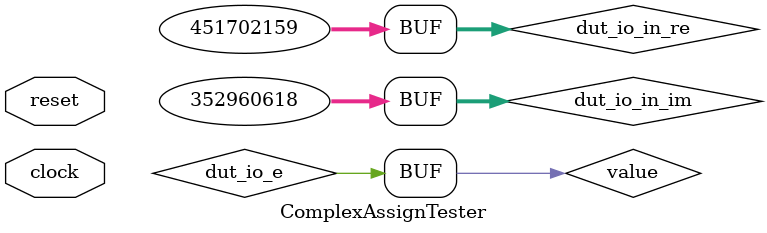
<source format=v>
module ComplexAssign(
  input         io_e,
  input  [31:0] io_in_re,
  input  [31:0] io_in_im,
  output [31:0] io_out_re,
  output [31:0] io_out_im
);
  assign io_out_re = io_e ? 32'h1aec6d8f : 32'h0; // @[ComplexAssign.scala 24:15 ComplexAssign.scala 27:15]
  assign io_out_im = io_e ? 32'h1509c06a : 32'h0; // @[ComplexAssign.scala 25:15 ComplexAssign.scala 28:15]
endmodule
module ComplexAssignTester(
  input   clock,
  input   reset
);
  wire  dut_io_e; // @[ComplexAssign.scala 34:19]
  wire [31:0] dut_io_in_re; // @[ComplexAssign.scala 34:19]
  wire [31:0] dut_io_in_im; // @[ComplexAssign.scala 34:19]
  wire [31:0] dut_io_out_re; // @[ComplexAssign.scala 34:19]
  wire [31:0] dut_io_out_im; // @[ComplexAssign.scala 34:19]
  reg  value; // @[Counter.scala 29:33]
  reg [31:0] _RAND_0;
  wire  _T_2; // @[Counter.scala 38:22]
  wire [31:0] _T_4; // @[ComplexAssign.scala 38:41]
  wire  re_correct; // @[ComplexAssign.scala 38:34]
  wire [31:0] _T_5; // @[ComplexAssign.scala 39:41]
  wire  im_correct; // @[ComplexAssign.scala 39:34]
  wire  _T_6; // @[ComplexAssign.scala 40:21]
  wire  _T_8; // @[ComplexAssign.scala 40:9]
  wire  _T_9; // @[ComplexAssign.scala 40:9]
  wire  _T_11; // @[ComplexAssign.scala 42:9]
  ComplexAssign dut ( // @[ComplexAssign.scala 34:19]
    .io_e(dut_io_e),
    .io_in_re(dut_io_in_re),
    .io_in_im(dut_io_in_im),
    .io_out_re(dut_io_out_re),
    .io_out_im(dut_io_out_im)
  );
  assign _T_2 = value + 1'h1; // @[Counter.scala 38:22]
  assign _T_4 = dut_io_e ? dut_io_in_re : 32'h0; // @[ComplexAssign.scala 38:41]
  assign re_correct = dut_io_out_re == _T_4; // @[ComplexAssign.scala 38:34]
  assign _T_5 = dut_io_e ? dut_io_in_im : 32'h0; // @[ComplexAssign.scala 39:41]
  assign im_correct = dut_io_out_im == _T_5; // @[ComplexAssign.scala 39:34]
  assign _T_6 = re_correct & im_correct; // @[ComplexAssign.scala 40:21]
  assign _T_8 = _T_6 | reset; // @[ComplexAssign.scala 40:9]
  assign _T_9 = _T_8 == 1'h0; // @[ComplexAssign.scala 40:9]
  assign _T_11 = reset == 1'h0; // @[ComplexAssign.scala 42:9]
  assign dut_io_e = value; // @[ComplexAssign.scala 37:12]
  assign dut_io_in_re = 32'h1aec6d8f; // @[ComplexAssign.scala 35:16]
  assign dut_io_in_im = 32'h1509c06a; // @[ComplexAssign.scala 36:16]
`ifdef RANDOMIZE_GARBAGE_ASSIGN
`define RANDOMIZE
`endif
`ifdef RANDOMIZE_INVALID_ASSIGN
`define RANDOMIZE
`endif
`ifdef RANDOMIZE_REG_INIT
`define RANDOMIZE
`endif
`ifdef RANDOMIZE_MEM_INIT
`define RANDOMIZE
`endif
`ifndef RANDOM
`define RANDOM $random
`endif
`ifdef RANDOMIZE_MEM_INIT
  integer initvar;
`endif
initial begin
  `ifdef RANDOMIZE
    `ifdef INIT_RANDOM
      `INIT_RANDOM
    `endif
    `ifndef VERILATOR
      `ifdef RANDOMIZE_DELAY
        #`RANDOMIZE_DELAY begin end
      `else
        #0.002 begin end
      `endif
    `endif
  `ifdef RANDOMIZE_REG_INIT
  _RAND_0 = {1{`RANDOM}};
  value = _RAND_0[0:0];
  `endif // RANDOMIZE_REG_INIT
  `endif // RANDOMIZE
end
  always @(posedge clock) begin
    if (reset) begin
      value <= 1'h0;
    end else begin
      value <= _T_2;
    end
    `ifndef SYNTHESIS
    `ifdef PRINTF_COND
      if (`PRINTF_COND) begin
    `endif
        if (_T_9) begin
          $fwrite(32'h80000002,"Assertion failed\n    at ComplexAssign.scala:40 assert(re_correct && im_correct)\n"); // @[ComplexAssign.scala 40:9]
        end
    `ifdef PRINTF_COND
      end
    `endif
    `endif // SYNTHESIS
    `ifndef SYNTHESIS
    `ifdef STOP_COND
      if (`STOP_COND) begin
    `endif
        if (_T_9) begin
          $fatal; // @[ComplexAssign.scala 40:9]
        end
    `ifdef STOP_COND
      end
    `endif
    `endif // SYNTHESIS
    `ifndef SYNTHESIS
    `ifdef STOP_COND
      if (`STOP_COND) begin
    `endif
        if (value & _T_11) begin
          $finish; // @[ComplexAssign.scala 42:9]
        end
    `ifdef STOP_COND
      end
    `endif
    `endif // SYNTHESIS
  end
endmodule

</source>
